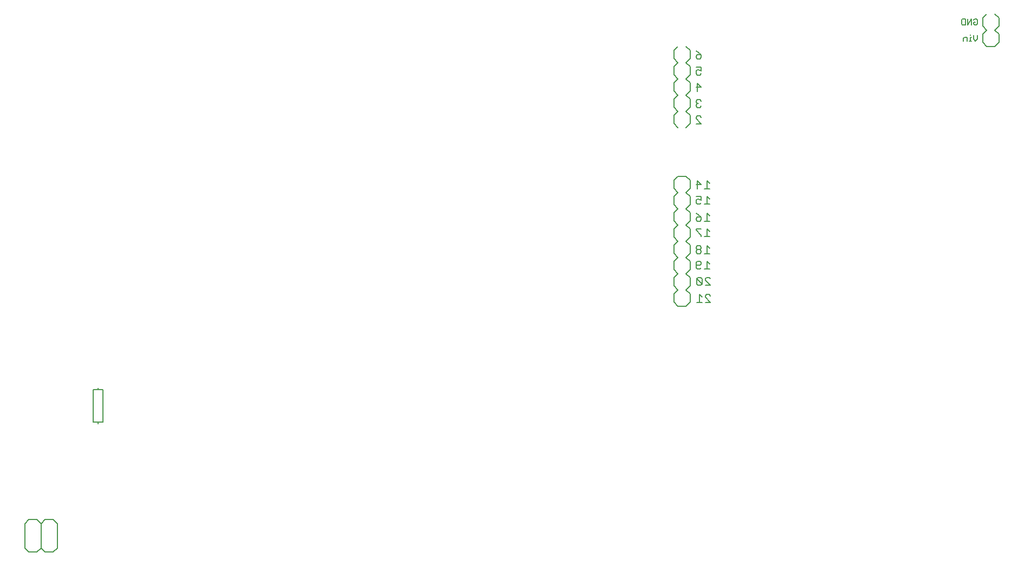
<source format=gbo>
G75*
%MOIN*%
%OFA0B0*%
%FSLAX25Y25*%
%IPPOS*%
%LPD*%
%AMOC8*
5,1,8,0,0,1.08239X$1,22.5*
%
%ADD10C,0.00600*%
%ADD11C,0.00800*%
D10*
X0060500Y0228000D02*
X0058000Y0230500D01*
X0058000Y0245500D01*
X0060500Y0248000D01*
X0065500Y0248000D01*
X0068000Y0245500D01*
X0068000Y0230500D01*
X0065500Y0228000D01*
X0060500Y0228000D01*
X0068000Y0230500D02*
X0070500Y0228000D01*
X0075500Y0228000D01*
X0078000Y0230500D01*
X0078000Y0245500D01*
X0075500Y0248000D01*
X0070500Y0248000D01*
X0068000Y0245500D01*
X0635524Y0542835D02*
X0635524Y0544537D01*
X0636091Y0545104D01*
X0637792Y0545104D01*
X0637792Y0542835D01*
X0639113Y0542835D02*
X0640248Y0542835D01*
X0639680Y0542835D02*
X0639680Y0545104D01*
X0640248Y0545104D01*
X0639680Y0546238D02*
X0639680Y0546805D01*
X0641662Y0546238D02*
X0641662Y0543970D01*
X0642796Y0542835D01*
X0643931Y0543970D01*
X0643931Y0546238D01*
X0643364Y0552835D02*
X0642229Y0552835D01*
X0641662Y0553403D01*
X0641662Y0554537D01*
X0642796Y0554537D01*
X0641662Y0555671D02*
X0642229Y0556238D01*
X0643364Y0556238D01*
X0643931Y0555671D01*
X0643931Y0553403D01*
X0643364Y0552835D01*
X0640248Y0552835D02*
X0640248Y0556238D01*
X0637979Y0552835D01*
X0637979Y0556238D01*
X0636564Y0556238D02*
X0636564Y0552835D01*
X0634863Y0552835D01*
X0634296Y0553403D01*
X0634296Y0555671D01*
X0634863Y0556238D01*
X0636564Y0556238D01*
D11*
X0647331Y0557035D02*
X0647331Y0552035D01*
X0649831Y0549535D01*
X0647331Y0547035D01*
X0647331Y0542035D01*
X0649831Y0539535D01*
X0654831Y0539535D01*
X0657331Y0542035D01*
X0657331Y0547035D01*
X0654831Y0549535D01*
X0657331Y0552035D01*
X0657331Y0557035D01*
X0654831Y0559535D01*
X0649831Y0559535D02*
X0647331Y0557035D01*
X0479244Y0455038D02*
X0477642Y0456640D01*
X0477642Y0451835D01*
X0476041Y0451835D02*
X0479244Y0451835D01*
X0477642Y0447140D02*
X0477642Y0442335D01*
X0476041Y0442335D02*
X0479244Y0442335D01*
X0479244Y0445538D02*
X0477642Y0447140D01*
X0474087Y0447140D02*
X0474087Y0444737D01*
X0472486Y0445538D01*
X0471685Y0445538D01*
X0470884Y0444737D01*
X0470884Y0443136D01*
X0471685Y0442335D01*
X0473286Y0442335D01*
X0474087Y0443136D01*
X0474087Y0447140D02*
X0470884Y0447140D01*
X0467331Y0447035D02*
X0464831Y0449535D01*
X0467331Y0452035D01*
X0467331Y0457035D01*
X0464831Y0459535D01*
X0459831Y0459535D01*
X0457331Y0457035D01*
X0457331Y0452035D01*
X0459831Y0449535D01*
X0457331Y0447035D01*
X0457331Y0442035D01*
X0459831Y0439535D01*
X0457331Y0437035D01*
X0457331Y0432035D01*
X0459831Y0429535D01*
X0457331Y0427035D01*
X0457331Y0422035D01*
X0459831Y0419535D01*
X0457331Y0417035D01*
X0457331Y0412035D01*
X0459831Y0409535D01*
X0457331Y0407035D01*
X0457331Y0402035D01*
X0459831Y0399535D01*
X0457331Y0397035D01*
X0457331Y0392035D01*
X0459831Y0389535D01*
X0457331Y0387035D01*
X0457331Y0382035D01*
X0459831Y0379535D01*
X0464831Y0379535D01*
X0467331Y0382035D01*
X0467331Y0387035D01*
X0464831Y0389535D01*
X0467331Y0392035D01*
X0467331Y0397035D01*
X0464831Y0399535D01*
X0467331Y0402035D01*
X0467331Y0407035D01*
X0464831Y0409535D01*
X0467331Y0412035D01*
X0467331Y0417035D01*
X0464831Y0419535D01*
X0467331Y0422035D01*
X0467331Y0427035D01*
X0464831Y0429535D01*
X0467331Y0432035D01*
X0467331Y0437035D01*
X0464831Y0439535D01*
X0467331Y0442035D01*
X0467331Y0447035D01*
X0471685Y0451835D02*
X0471685Y0456640D01*
X0474087Y0454237D01*
X0470884Y0454237D01*
X0470884Y0436640D02*
X0472486Y0435839D01*
X0474087Y0434237D01*
X0471685Y0434237D01*
X0470884Y0433437D01*
X0470884Y0432636D01*
X0471685Y0431835D01*
X0473286Y0431835D01*
X0474087Y0432636D01*
X0474087Y0434237D01*
X0476041Y0431835D02*
X0479244Y0431835D01*
X0477642Y0431835D02*
X0477642Y0436640D01*
X0479244Y0435038D01*
X0477642Y0427140D02*
X0477642Y0422335D01*
X0476041Y0422335D02*
X0479244Y0422335D01*
X0479244Y0425538D02*
X0477642Y0427140D01*
X0474087Y0427140D02*
X0470884Y0427140D01*
X0470884Y0426339D01*
X0474087Y0423136D01*
X0474087Y0422335D01*
X0473286Y0416640D02*
X0471685Y0416640D01*
X0470884Y0415839D01*
X0470884Y0415038D01*
X0471685Y0414237D01*
X0473286Y0414237D01*
X0474087Y0415038D01*
X0474087Y0415839D01*
X0473286Y0416640D01*
X0473286Y0414237D02*
X0474087Y0413437D01*
X0474087Y0412636D01*
X0473286Y0411835D01*
X0471685Y0411835D01*
X0470884Y0412636D01*
X0470884Y0413437D01*
X0471685Y0414237D01*
X0476041Y0411835D02*
X0479244Y0411835D01*
X0477642Y0411835D02*
X0477642Y0416640D01*
X0479244Y0415038D01*
X0477642Y0407140D02*
X0477642Y0402335D01*
X0476041Y0402335D02*
X0479244Y0402335D01*
X0479244Y0405538D02*
X0477642Y0407140D01*
X0474087Y0406339D02*
X0474087Y0405538D01*
X0473286Y0404737D01*
X0470884Y0404737D01*
X0470884Y0403136D02*
X0470884Y0406339D01*
X0471685Y0407140D01*
X0473286Y0407140D01*
X0474087Y0406339D01*
X0474087Y0403136D02*
X0473286Y0402335D01*
X0471685Y0402335D01*
X0470884Y0403136D01*
X0472185Y0397140D02*
X0471384Y0396339D01*
X0474587Y0393136D01*
X0473786Y0392335D01*
X0472185Y0392335D01*
X0471384Y0393136D01*
X0471384Y0396339D01*
X0472185Y0397140D02*
X0473786Y0397140D01*
X0474587Y0396339D01*
X0474587Y0393136D01*
X0476541Y0392335D02*
X0479744Y0392335D01*
X0476541Y0395538D01*
X0476541Y0396339D01*
X0477341Y0397140D01*
X0478943Y0397140D01*
X0479744Y0396339D01*
X0478943Y0386640D02*
X0479744Y0385839D01*
X0478943Y0386640D02*
X0477341Y0386640D01*
X0476541Y0385839D01*
X0476541Y0385038D01*
X0479744Y0381835D01*
X0476541Y0381835D01*
X0474587Y0381835D02*
X0471384Y0381835D01*
X0472986Y0381835D02*
X0472986Y0386640D01*
X0474587Y0385038D01*
X0464831Y0489535D02*
X0467331Y0492035D01*
X0467331Y0497035D01*
X0464831Y0499535D01*
X0467331Y0502035D01*
X0467331Y0507035D01*
X0464831Y0509535D01*
X0467331Y0512035D01*
X0467331Y0517035D01*
X0464831Y0519535D01*
X0467331Y0522035D01*
X0467331Y0527035D01*
X0464831Y0529535D01*
X0467331Y0532035D01*
X0467331Y0537035D01*
X0464831Y0539535D01*
X0459831Y0539535D02*
X0457331Y0537035D01*
X0457331Y0532035D01*
X0459831Y0529535D01*
X0457331Y0527035D01*
X0457331Y0522035D01*
X0459831Y0519535D01*
X0457331Y0517035D01*
X0457331Y0512035D01*
X0459831Y0509535D01*
X0457331Y0507035D01*
X0457331Y0502035D01*
X0459831Y0499535D01*
X0457331Y0497035D01*
X0457331Y0492035D01*
X0459831Y0489535D01*
X0470884Y0491835D02*
X0474087Y0491835D01*
X0470884Y0495038D01*
X0470884Y0495839D01*
X0471685Y0496640D01*
X0473286Y0496640D01*
X0474087Y0495839D01*
X0473286Y0501835D02*
X0474087Y0502636D01*
X0473286Y0501835D02*
X0471685Y0501835D01*
X0470884Y0502636D01*
X0470884Y0503437D01*
X0471685Y0504237D01*
X0472486Y0504237D01*
X0471685Y0504237D02*
X0470884Y0505038D01*
X0470884Y0505839D01*
X0471685Y0506640D01*
X0473286Y0506640D01*
X0474087Y0505839D01*
X0471685Y0511835D02*
X0471685Y0516640D01*
X0474087Y0514237D01*
X0470884Y0514237D01*
X0471685Y0521835D02*
X0473286Y0521835D01*
X0474087Y0522636D01*
X0474087Y0524237D02*
X0472486Y0525038D01*
X0471685Y0525038D01*
X0470884Y0524237D01*
X0470884Y0522636D01*
X0471685Y0521835D01*
X0474087Y0524237D02*
X0474087Y0526640D01*
X0470884Y0526640D01*
X0471685Y0531835D02*
X0470884Y0532636D01*
X0470884Y0533437D01*
X0471685Y0534237D01*
X0474087Y0534237D01*
X0474087Y0532636D01*
X0473286Y0531835D01*
X0471685Y0531835D01*
X0474087Y0534237D02*
X0472486Y0535839D01*
X0470884Y0536640D01*
X0106000Y0328000D02*
X0106000Y0308000D01*
X0103000Y0308000D01*
X0103000Y0307000D01*
X0103000Y0308000D02*
X0100000Y0308000D01*
X0100000Y0328000D01*
X0103000Y0328000D01*
X0103000Y0329000D01*
X0103000Y0328000D02*
X0106000Y0328000D01*
M02*

</source>
